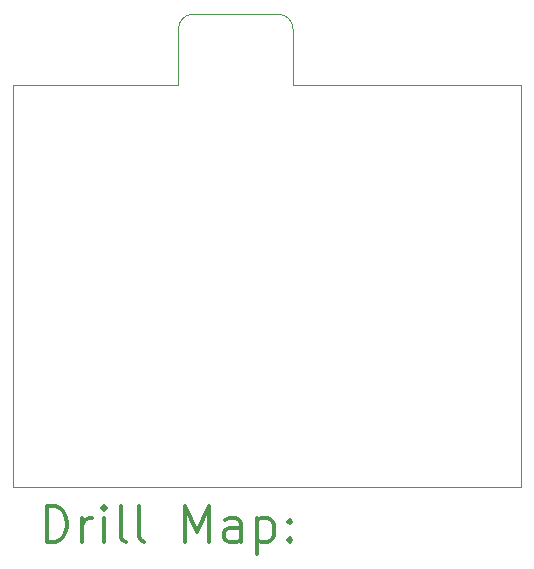
<source format=gbr>
%FSLAX45Y45*%
G04 Gerber Fmt 4.5, Leading zero omitted, Abs format (unit mm)*
G04 Created by KiCad (PCBNEW (5.1.0)-1) date 2019-06-03 19:38:52*
%MOMM*%
%LPD*%
G04 APERTURE LIST*
%ADD10C,0.050000*%
%ADD11C,0.200000*%
%ADD12C,0.300000*%
G04 APERTURE END LIST*
D10*
X12245000Y-4700000D02*
G75*
G02X12370000Y-4825000I0J-125000D01*
G01*
X11400000Y-4825000D02*
G75*
G02X11525000Y-4700000I125000J0D01*
G01*
X10000000Y-5300000D02*
X11400000Y-5300000D01*
X10000000Y-8700000D02*
X10000000Y-5300000D01*
X14300000Y-8700000D02*
X10000000Y-8700000D01*
X14300000Y-5300000D02*
X14300000Y-8700000D01*
X12370000Y-5300000D02*
X14300000Y-5300000D01*
X12370000Y-4825000D02*
X12370000Y-5300000D01*
X11525000Y-4700000D02*
X12245000Y-4700000D01*
X11400000Y-5300000D02*
X11400000Y-4825000D01*
D11*
D12*
X10283928Y-9168214D02*
X10283928Y-8868214D01*
X10355357Y-8868214D01*
X10398214Y-8882500D01*
X10426786Y-8911072D01*
X10441071Y-8939643D01*
X10455357Y-8996786D01*
X10455357Y-9039643D01*
X10441071Y-9096786D01*
X10426786Y-9125357D01*
X10398214Y-9153929D01*
X10355357Y-9168214D01*
X10283928Y-9168214D01*
X10583928Y-9168214D02*
X10583928Y-8968214D01*
X10583928Y-9025357D02*
X10598214Y-8996786D01*
X10612500Y-8982500D01*
X10641071Y-8968214D01*
X10669643Y-8968214D01*
X10769643Y-9168214D02*
X10769643Y-8968214D01*
X10769643Y-8868214D02*
X10755357Y-8882500D01*
X10769643Y-8896786D01*
X10783928Y-8882500D01*
X10769643Y-8868214D01*
X10769643Y-8896786D01*
X10955357Y-9168214D02*
X10926786Y-9153929D01*
X10912500Y-9125357D01*
X10912500Y-8868214D01*
X11112500Y-9168214D02*
X11083928Y-9153929D01*
X11069643Y-9125357D01*
X11069643Y-8868214D01*
X11455357Y-9168214D02*
X11455357Y-8868214D01*
X11555357Y-9082500D01*
X11655357Y-8868214D01*
X11655357Y-9168214D01*
X11926786Y-9168214D02*
X11926786Y-9011072D01*
X11912500Y-8982500D01*
X11883928Y-8968214D01*
X11826786Y-8968214D01*
X11798214Y-8982500D01*
X11926786Y-9153929D02*
X11898214Y-9168214D01*
X11826786Y-9168214D01*
X11798214Y-9153929D01*
X11783928Y-9125357D01*
X11783928Y-9096786D01*
X11798214Y-9068214D01*
X11826786Y-9053929D01*
X11898214Y-9053929D01*
X11926786Y-9039643D01*
X12069643Y-8968214D02*
X12069643Y-9268214D01*
X12069643Y-8982500D02*
X12098214Y-8968214D01*
X12155357Y-8968214D01*
X12183928Y-8982500D01*
X12198214Y-8996786D01*
X12212500Y-9025357D01*
X12212500Y-9111072D01*
X12198214Y-9139643D01*
X12183928Y-9153929D01*
X12155357Y-9168214D01*
X12098214Y-9168214D01*
X12069643Y-9153929D01*
X12341071Y-9139643D02*
X12355357Y-9153929D01*
X12341071Y-9168214D01*
X12326786Y-9153929D01*
X12341071Y-9139643D01*
X12341071Y-9168214D01*
X12341071Y-8982500D02*
X12355357Y-8996786D01*
X12341071Y-9011072D01*
X12326786Y-8996786D01*
X12341071Y-8982500D01*
X12341071Y-9011072D01*
M02*

</source>
